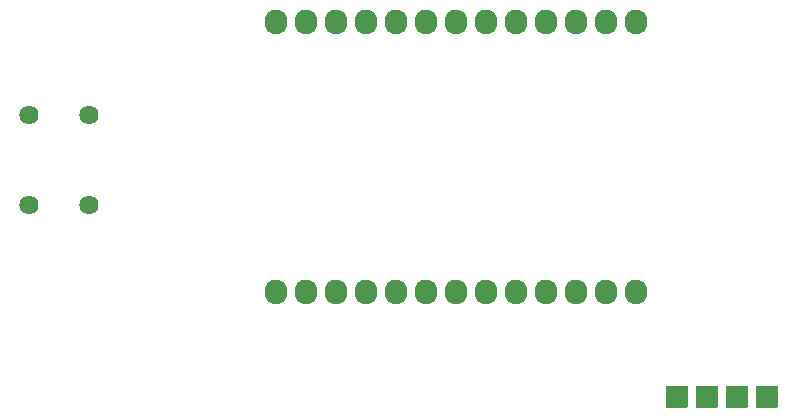
<source format=gbs>
G04 Layer: BottomSolderMaskLayer*
G04 EasyEDA v6.5.34, 2023-10-04 09:58:22*
G04 2f879fd4b15e4f869ab7f95f132c22b4,4b518e1cc4d04e0db21987f26a906896,10*
G04 Gerber Generator version 0.2*
G04 Scale: 100 percent, Rotated: No, Reflected: No *
G04 Dimensions in millimeters *
G04 leading zeros omitted , absolute positions ,4 integer and 5 decimal *
%FSLAX45Y45*%
%MOMM*%

%AMMACRO1*1,1,$1,$2,$3*1,1,$1,$4,$5*1,1,$1,0-$2,0-$3*1,1,$1,0-$4,0-$5*20,1,$1,$2,$3,$4,$5,0*20,1,$1,$4,$5,0-$2,0-$3,0*20,1,$1,0-$2,0-$3,0-$4,0-$5,0*20,1,$1,0-$4,0-$5,$2,$3,0*4,1,4,$2,$3,$4,$5,0-$2,0-$3,0-$4,0-$5,$2,$3,0*%
%ADD10C,1.6256*%
%ADD11O,1.9015964X2.1015960000000002*%
%ADD12MACRO1,0.1016X0.889X-0.889X-0.889X-0.889*%

%LPD*%
D10*
G01*
X2336800Y3441700D03*
G01*
X2844800Y3441700D03*
G01*
X2844800Y2679700D03*
G01*
X2336800Y2679700D03*
D11*
G01*
X4432300Y4229100D03*
G01*
X4940300Y4229100D03*
G01*
X4686300Y4229100D03*
G01*
X5194300Y4229100D03*
G01*
X5448300Y4229100D03*
G01*
X5702300Y4229100D03*
G01*
X6210300Y4229100D03*
G01*
X5956300Y4229100D03*
G01*
X6464300Y4229100D03*
G01*
X6718300Y4229100D03*
G01*
X6972300Y4229100D03*
G01*
X7226300Y4229100D03*
G01*
X7480300Y4229100D03*
G01*
X7480300Y1941195D03*
G01*
X7226300Y1941195D03*
G01*
X6972300Y1943100D03*
G01*
X6718300Y1941195D03*
G01*
X6464300Y1941195D03*
G01*
X5956300Y1941195D03*
G01*
X6210300Y1941195D03*
G01*
X5702300Y1941195D03*
G01*
X5448300Y1941195D03*
G01*
X5194300Y1941195D03*
G01*
X4686300Y1941195D03*
G01*
X4940300Y1941195D03*
G01*
X4432300Y1943100D03*
D12*
G01*
X8585200Y1054100D03*
G01*
X7823200Y1054100D03*
G01*
X8331200Y1054100D03*
G01*
X8077200Y1054100D03*
M02*

</source>
